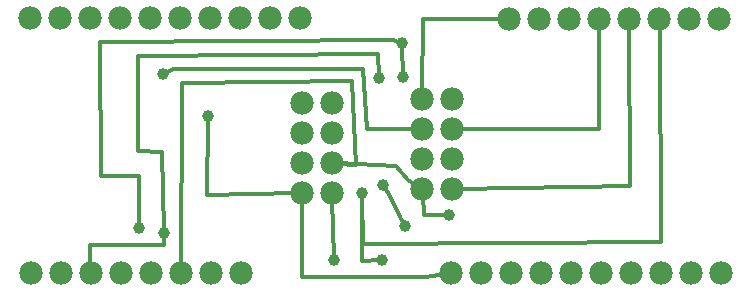
<source format=gbl>
G04 MADE WITH FRITZING*
G04 WWW.FRITZING.ORG*
G04 DOUBLE SIDED*
G04 HOLES PLATED*
G04 CONTOUR ON CENTER OF CONTOUR VECTOR*
%ASAXBY*%
%FSLAX23Y23*%
%MOIN*%
%OFA0B0*%
%SFA1.0B1.0*%
%ADD10C,0.078000*%
%ADD11C,0.039370*%
%ADD12C,0.012000*%
%LNCOPPER0*%
G90*
G70*
G54D10*
X1122Y639D03*
X1122Y539D03*
X1122Y439D03*
X1122Y339D03*
X1122Y639D03*
X1122Y539D03*
X1122Y439D03*
X1122Y339D03*
X1022Y339D03*
X1022Y439D03*
X1022Y539D03*
X1022Y639D03*
X1122Y639D03*
X1122Y539D03*
X1122Y439D03*
X1122Y339D03*
X1122Y639D03*
X1122Y539D03*
X1122Y439D03*
X1122Y339D03*
X1022Y339D03*
X1022Y439D03*
X1022Y539D03*
X1022Y639D03*
X1523Y653D03*
X1523Y553D03*
X1523Y453D03*
X1523Y353D03*
X1523Y653D03*
X1523Y553D03*
X1523Y453D03*
X1523Y353D03*
X1423Y353D03*
X1423Y453D03*
X1423Y553D03*
X1423Y653D03*
X1523Y653D03*
X1523Y553D03*
X1523Y453D03*
X1523Y353D03*
X1523Y653D03*
X1523Y553D03*
X1523Y453D03*
X1523Y353D03*
X1423Y353D03*
X1423Y453D03*
X1423Y553D03*
X1423Y653D03*
X1518Y71D03*
X1618Y71D03*
X1718Y71D03*
X1818Y71D03*
X1918Y71D03*
X2018Y71D03*
X2118Y71D03*
X2218Y71D03*
X2318Y71D03*
X2418Y71D03*
X1014Y921D03*
X914Y921D03*
X814Y921D03*
X714Y921D03*
X614Y921D03*
X514Y921D03*
X414Y921D03*
X314Y921D03*
X214Y921D03*
X114Y921D03*
X2413Y920D03*
X2313Y920D03*
X2213Y920D03*
X2113Y920D03*
X2013Y920D03*
X1913Y920D03*
X1813Y920D03*
X1713Y920D03*
X118Y71D03*
X218Y71D03*
X318Y71D03*
X418Y71D03*
X518Y71D03*
X618Y71D03*
X718Y71D03*
X818Y71D03*
G54D11*
X708Y594D03*
X1128Y115D03*
X1511Y267D03*
X559Y736D03*
X1367Y228D03*
X1292Y365D03*
X1223Y339D03*
X1288Y117D03*
X563Y205D03*
X1280Y723D03*
X1360Y724D03*
X1357Y838D03*
X479Y221D03*
G54D12*
X2115Y362D02*
X1542Y353D01*
D02*
X2113Y901D02*
X2115Y362D01*
D02*
X1436Y59D02*
X1023Y58D01*
D02*
X1499Y69D02*
X1436Y59D01*
D02*
X1023Y58D02*
X1022Y320D01*
D02*
X708Y586D02*
X707Y332D01*
D02*
X707Y332D02*
X1003Y339D01*
D02*
X1694Y920D02*
X1424Y919D01*
D02*
X1424Y919D02*
X1423Y672D01*
D02*
X1128Y123D02*
X1122Y320D01*
D02*
X1407Y363D02*
X1376Y381D01*
D02*
X1376Y381D02*
X1335Y429D01*
D02*
X1335Y429D02*
X1141Y438D01*
D02*
X618Y90D02*
X622Y653D01*
D02*
X622Y653D02*
X622Y704D01*
D02*
X622Y704D02*
X1190Y713D01*
D02*
X1190Y713D02*
X1203Y431D01*
D02*
X1203Y431D02*
X1141Y437D01*
D02*
X1430Y267D02*
X1425Y334D01*
D02*
X1503Y267D02*
X1430Y267D01*
D02*
X566Y739D02*
X596Y753D01*
D02*
X596Y753D02*
X1226Y753D01*
D02*
X1226Y753D02*
X1239Y553D01*
D02*
X1239Y553D02*
X1404Y553D01*
D02*
X1363Y235D02*
X1352Y251D01*
D02*
X1352Y251D02*
X1311Y336D01*
D02*
X1311Y336D02*
X1297Y359D01*
D02*
X1223Y331D02*
X1223Y113D01*
D02*
X1223Y113D02*
X1281Y116D01*
D02*
X557Y476D02*
X475Y478D01*
D02*
X475Y478D02*
X475Y795D01*
D02*
X563Y213D02*
X557Y476D01*
D02*
X475Y795D02*
X1276Y801D01*
D02*
X1276Y801D02*
X1279Y731D01*
D02*
X2214Y901D02*
X2219Y177D01*
D02*
X2219Y177D02*
X1226Y170D01*
D02*
X1226Y170D02*
X1223Y331D01*
D02*
X317Y90D02*
X314Y164D01*
D02*
X561Y164D02*
X563Y197D01*
D02*
X314Y164D02*
X561Y164D01*
D02*
X1360Y732D02*
X1357Y830D01*
D02*
X2013Y551D02*
X1542Y553D01*
D02*
X2013Y901D02*
X2013Y551D01*
D02*
X353Y394D02*
X348Y843D01*
D02*
X478Y395D02*
X353Y394D01*
D02*
X479Y229D02*
X478Y395D01*
D02*
X1324Y848D02*
X1349Y840D01*
D02*
X348Y843D02*
X1324Y848D01*
G04 End of Copper0*
M02*
</source>
